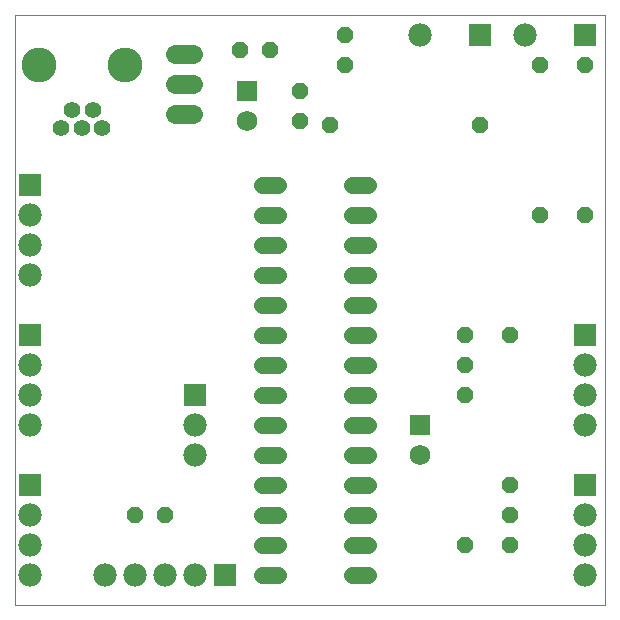
<source format=gts>
G75*
G70*
%OFA0B0*%
%FSLAX24Y24*%
%IPPOS*%
%LPD*%
%AMOC8*
5,1,8,0,0,1.08239X$1,22.5*
%
%ADD10C,0.0000*%
%ADD11C,0.0560*%
%ADD12OC8,0.0560*%
%ADD13R,0.0780X0.0780*%
%ADD14C,0.0780*%
%ADD15R,0.0690X0.0690*%
%ADD16C,0.0690*%
%ADD17C,0.0640*%
%ADD18C,0.0555*%
%ADD19C,0.1162*%
D10*
X000181Y000181D02*
X000181Y019866D01*
X019866Y019866D01*
X019866Y000181D01*
X000181Y000181D01*
D11*
X008421Y001181D02*
X008941Y001181D01*
X008941Y002181D02*
X008421Y002181D01*
X008421Y003181D02*
X008941Y003181D01*
X008941Y004181D02*
X008421Y004181D01*
X008421Y005181D02*
X008941Y005181D01*
X008941Y006181D02*
X008421Y006181D01*
X008421Y007181D02*
X008941Y007181D01*
X008941Y008181D02*
X008421Y008181D01*
X008421Y009181D02*
X008941Y009181D01*
X008941Y010181D02*
X008421Y010181D01*
X008421Y011181D02*
X008941Y011181D01*
X008941Y012181D02*
X008421Y012181D01*
X008421Y013181D02*
X008941Y013181D01*
X008941Y014181D02*
X008421Y014181D01*
X011421Y014181D02*
X011941Y014181D01*
X011941Y013181D02*
X011421Y013181D01*
X011421Y012181D02*
X011941Y012181D01*
X011941Y011181D02*
X011421Y011181D01*
X011421Y010181D02*
X011941Y010181D01*
X011941Y009181D02*
X011421Y009181D01*
X011421Y008181D02*
X011941Y008181D01*
X011941Y007181D02*
X011421Y007181D01*
X011421Y006181D02*
X011941Y006181D01*
X011941Y005181D02*
X011421Y005181D01*
X011421Y004181D02*
X011941Y004181D01*
X011941Y003181D02*
X011421Y003181D01*
X011421Y002181D02*
X011941Y002181D01*
X011941Y001181D02*
X011421Y001181D01*
D12*
X015181Y002181D03*
X016681Y002181D03*
X016681Y003181D03*
X016681Y004181D03*
X015181Y007181D03*
X015181Y008181D03*
X015181Y009181D03*
X016681Y009181D03*
X017681Y013181D03*
X019181Y013181D03*
X015681Y016181D03*
X017681Y018181D03*
X019181Y018181D03*
X011181Y018181D03*
X011181Y019181D03*
X009681Y017306D03*
X009681Y016306D03*
X010681Y016181D03*
X008681Y018681D03*
X007681Y018681D03*
X005181Y003181D03*
X004181Y003181D03*
D13*
X007181Y001181D03*
X006181Y007181D03*
X000681Y009181D03*
X000681Y004181D03*
X000681Y014181D03*
X015681Y019181D03*
X019181Y019181D03*
X019181Y009181D03*
X019181Y004181D03*
D14*
X019181Y003181D03*
X019181Y002181D03*
X019181Y001181D03*
X019181Y006181D03*
X019181Y007181D03*
X019181Y008181D03*
X017181Y019181D03*
X013681Y019181D03*
X000681Y013181D03*
X000681Y012181D03*
X000681Y011181D03*
X000681Y008181D03*
X000681Y007181D03*
X000681Y006181D03*
X000681Y003181D03*
X000681Y002181D03*
X000681Y001181D03*
X003181Y001181D03*
X004181Y001181D03*
X005181Y001181D03*
X006181Y001181D03*
X006181Y005181D03*
X006181Y006181D03*
D15*
X013681Y006181D03*
X007931Y017306D03*
D16*
X007931Y016306D03*
X013681Y005181D03*
D17*
X006106Y016556D02*
X005506Y016556D01*
X005506Y017556D02*
X006106Y017556D01*
X006106Y018556D02*
X005506Y018556D01*
D18*
X003101Y016081D03*
X002431Y016081D03*
X002101Y016701D03*
X002791Y016701D03*
X001731Y016081D03*
D19*
X000994Y018181D03*
X003868Y018181D03*
M02*

</source>
